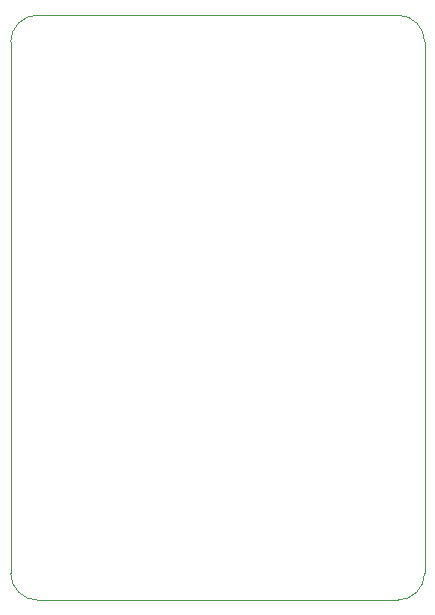
<source format=gbr>
%TF.GenerationSoftware,KiCad,Pcbnew,(5.1.9)-1*%
%TF.CreationDate,2021-04-28T15:16:42-04:00*%
%TF.ProjectId,final_design_v3,66696e61-6c5f-4646-9573-69676e5f7633,rev?*%
%TF.SameCoordinates,Original*%
%TF.FileFunction,Profile,NP*%
%FSLAX46Y46*%
G04 Gerber Fmt 4.6, Leading zero omitted, Abs format (unit mm)*
G04 Created by KiCad (PCBNEW (5.1.9)-1) date 2021-04-28 15:16:42*
%MOMM*%
%LPD*%
G01*
G04 APERTURE LIST*
%TA.AperFunction,Profile*%
%ADD10C,0.050000*%
%TD*%
G04 APERTURE END LIST*
D10*
X156464000Y-121666000D02*
X156464000Y-78232000D01*
X123698000Y-124206000D02*
X123952000Y-124206000D01*
X121412000Y-76962000D02*
X121412000Y-121920000D01*
X156464000Y-121920000D02*
X156464000Y-121666000D01*
X123952000Y-124206000D02*
X154178000Y-124206000D01*
X156464000Y-121920000D02*
G75*
G02*
X154178000Y-124206000I-2286000J0D01*
G01*
X123698000Y-124206000D02*
G75*
G02*
X121412000Y-121920000I0J2286000D01*
G01*
X156464000Y-76962000D02*
X156464000Y-78232000D01*
X153162000Y-74676000D02*
X154178000Y-74676000D01*
X154178000Y-74676000D02*
G75*
G02*
X156464000Y-76962000I0J-2286000D01*
G01*
X123698000Y-74676000D02*
X153162000Y-74676000D01*
X121412000Y-76962000D02*
G75*
G02*
X123698000Y-74676000I2286000J0D01*
G01*
M02*

</source>
